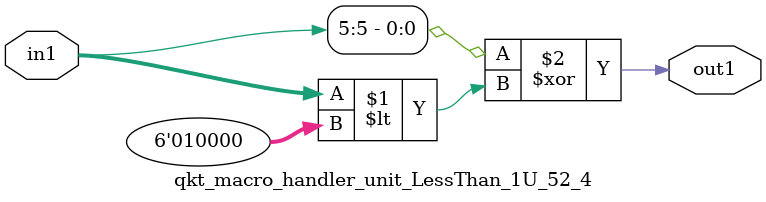
<source format=v>

`timescale 1ps / 1ps


module qkt_macro_handler_unit_LessThan_1U_52_4( in1, out1 );

    input [5:0] in1;
    output out1;

    
    // rtl_process:qkt_macro_handler_unit_LessThan_1U_52_4/qkt_macro_handler_unit_LessThan_1U_52_4_thread_1
    assign out1 = (in1[5] ^ in1 < 6'd16);

endmodule


</source>
